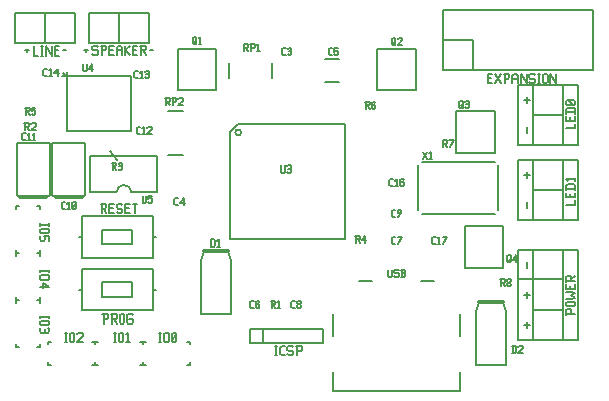
<source format=gbr>
G04 start of page 8 for group -4079 idx -4079 *
G04 Title: (unknown), topsilk *
G04 Creator: pcb 1.99z *
G04 CreationDate: Sun May  5 10:03:39 2013 UTC *
G04 For: matt *
G04 Format: Gerber/RS-274X *
G04 PCB-Dimensions (mil): 2165.35 1377.95 *
G04 PCB-Coordinate-Origin: lower left *
%MOIN*%
%FSLAX25Y25*%
%LNTOPSILK*%
%ADD122C,0.0118*%
%ADD121C,0.0059*%
G54D121*X180000Y62795D02*X185000D01*
X200000D02*X195000D01*
X180000Y52795D02*X200000D01*
Y22795D02*X180000D01*
Y52795D01*
Y43213D02*X195000D01*
X200000Y52795D02*Y22795D01*
X46063Y82913D02*X43701Y85669D01*
X180000Y107795D02*X185000D01*
X195000D02*X200000D01*
Y87795D01*
Y62795D02*Y82795D01*
X180000Y87795D02*X200000D01*
X180000Y82795D02*X200000D01*
X180000D02*Y62795D01*
Y87795D02*Y107795D01*
X15551Y119302D02*X16751D01*
X16151Y119902D02*Y118702D01*
X57087Y119302D02*X58287D01*
X35236D02*X36436D01*
X35836Y119902D02*Y118702D01*
X28150Y119302D02*X29350D01*
X181890Y37787D02*X183890D01*
X182890Y38787D02*Y36787D01*
X181890Y27748D02*X183890D01*
X182890Y28748D02*Y26748D01*
X181890Y77748D02*X183890D01*
X182890Y78748D02*Y76748D01*
X182921Y68772D02*Y66772D01*
Y48693D02*Y46693D01*
X181890Y102827D02*X183890D01*
X182890Y103827D02*Y101827D01*
X182921Y93850D02*Y91850D01*
X90551Y21890D02*Y26614D01*
X114961D01*
Y21890D02*X90551D01*
X94881D02*Y26614D01*
X114961D02*Y21890D01*
G54D122*X75134Y52575D02*X83134D01*
G54D121*X75134D02*X74034Y49175D01*
Y31575D01*
X84234D01*
Y49175D02*Y31575D01*
Y49175D02*X83134Y52575D01*
X147654Y42363D02*X151756D01*
X126985D02*X131087D01*
X160630Y24055D02*X160630Y31520D01*
X118110Y24055D02*X118111Y31520D01*
X160630Y5945D02*X160630Y12244D01*
X118111Y5945D02*X160630D01*
X118111D02*X118110Y12244D01*
X97945Y115138D02*Y110138D01*
X83445Y115138D02*Y110138D01*
X115551Y116338D02*X120275D01*
X115551Y108858D02*X120275D01*
X66516Y119937D02*Y106037D01*
X79316D01*
Y119937D01*
X66516D01*
X132933Y119898D02*Y105998D01*
X145733D01*
Y119898D01*
X132933D01*
X86607Y94876D02*X122277D01*
Y56306D01*
X83707D01*
Y91976D01*
X86607Y94876D01*
X85607Y91976D02*G75*G03X85607Y91976I1000J0D01*G01*
X35609Y88601D02*Y71278D01*
X24585Y88601D02*X35609D01*
X24585D02*Y71278D01*
X25767Y70097D01*
X35609Y71278D02*X34428Y70097D01*
X25767D02*X34428D01*
X25373Y70491D02*X34822D01*
X24979Y70884D02*X35215D01*
X29528Y92559D02*X50787D01*
Y110669D02*Y92559D01*
X27953Y110669D02*X50787D01*
X29528Y112244D02*Y92559D01*
Y110669D02*X28346Y111850D01*
X63248Y98969D02*X68248D01*
X63248Y84469D02*X68248D01*
X58071Y64016D02*Y50236D01*
X34449D02*X58071D01*
X34449Y64016D02*Y50236D01*
Y64016D02*X58071D01*
X41339Y54764D02*X51181D01*
X41339Y59488D02*X51181D01*
X41339D02*Y54764D01*
X51181Y59488D02*Y54764D01*
X33465Y57126D02*X34449D01*
X58071D02*X59055D01*
X58071Y46496D02*Y32717D01*
X34449D02*X58071D01*
X34449Y46496D02*Y32717D01*
Y46496D02*X58071D01*
X41339Y37244D02*X51181D01*
X41339Y41968D02*X51181D01*
X41339D02*Y37244D01*
X51181Y41968D02*Y37244D01*
X33465Y39606D02*X34449D01*
X58071D02*X59055D01*
X38976Y14409D02*X37992D01*
X38976D02*Y15394D01*
Y22283D02*X37992D01*
X38976D02*Y21299D01*
X23228Y14409D02*X24213D01*
X23228D02*Y15394D01*
Y22283D02*X24213D01*
X23228D02*Y21299D01*
X70472Y14409D02*X69488D01*
X70472D02*Y15394D01*
Y22283D02*X69488D01*
X70472D02*Y21299D01*
X54724Y14409D02*X55709D01*
X54724D02*Y15394D01*
Y22283D02*X55709D01*
X54724D02*Y21299D01*
Y14409D02*X53740D01*
X54724D02*Y15394D01*
Y22283D02*X53740D01*
X54724D02*Y21299D01*
X38976Y14409D02*X39961D01*
X38976D02*Y15394D01*
Y22283D02*X39961D01*
X38976D02*Y21299D01*
X50978Y71973D02*X59678D01*
X37178D02*X45978D01*
X37178Y84173D02*Y71973D01*
Y84173D02*X59678D01*
Y71973D01*
X50978D02*G75*G03X45978Y71973I-2500J0D01*G01*
X12598Y37047D02*Y36063D01*
X13583D01*
X20472Y37047D02*Y36063D01*
X19488D02*X20472D01*
X12598Y51811D02*Y50827D01*
Y51811D02*X13583D01*
X20472D02*Y50827D01*
X19488Y51811D02*X20472D01*
X12598Y21299D02*Y20315D01*
X13583D01*
X20472Y21299D02*Y20315D01*
X19488D02*X20472D01*
X12598Y36063D02*Y35079D01*
Y36063D02*X13583D01*
X20472D02*Y35079D01*
X19488Y36063D02*X20472D01*
X159311Y99031D02*Y85131D01*
X172111D01*
Y99031D01*
X159311D01*
X147717Y64882D02*X172126D01*
X173307Y81024D02*Y66063D01*
X147717Y82205D02*X172126D01*
X146535Y81024D02*Y66063D01*
X162067Y60646D02*Y46746D01*
X174867D01*
Y60646D01*
X162067D01*
X195000Y52795D02*Y22795D01*
X185000Y52795D02*X195000D01*
X185000D02*Y22795D01*
X195000D01*
X185000Y32795D02*X195000D01*
X185000D02*Y22795D01*
G54D122*X166866Y35449D02*X174866D01*
G54D121*X166866D02*X165766Y32049D01*
Y14449D01*
X175966D01*
Y32049D02*Y14449D01*
Y32049D02*X174866Y35449D01*
X185000Y82795D02*Y62795D01*
X195000D01*
Y82795D01*
X185000D01*
Y72795D02*X195000D01*
Y82795D01*
X155000Y112795D02*X205000D01*
Y132795D02*Y112795D01*
X155000Y132795D02*X205000D01*
X155000D02*Y112795D01*
X165000Y122795D02*Y112795D01*
X155000Y122795D02*X165000D01*
X185000Y107795D02*Y87795D01*
X195000D01*
Y107795D01*
X185000D01*
Y97795D02*X195000D01*
Y107795D01*
X12598Y52795D02*Y51811D01*
X13583D01*
X20472Y52795D02*Y51811D01*
X19488D02*X20472D01*
X12598Y67559D02*Y66575D01*
Y67559D02*X13583D01*
X20472D02*Y66575D01*
X19488Y67559D02*X20472D01*
X23798Y88601D02*Y71278D01*
X12774Y88601D02*X23798D01*
X12774D02*Y71278D01*
X13956Y70097D01*
X23798Y71278D02*X22617Y70097D01*
X13956D02*X22617D01*
X13562Y70491D02*X23011D01*
X13168Y70884D02*X23404D01*
X12323Y121811D02*X32323D01*
Y131811D02*Y121811D01*
X12323Y131811D02*X32323D01*
X12323D02*Y121811D01*
X22323Y131811D02*Y121811D01*
X12323Y131811D02*X22323D01*
X36732Y121811D02*X56732D01*
Y131811D02*Y121811D01*
X36732Y131811D02*X56732D01*
X36732D02*Y121811D01*
X46732Y131811D02*Y121811D01*
X36732Y131811D02*X46732D01*
X90971Y33457D02*X91751D01*
X90551Y33877D02*X90971Y33457D01*
X90551Y35437D02*Y33877D01*
Y35437D02*X90971Y35857D01*
X91751D01*
X93371D02*X93671Y35557D01*
X92771Y35857D02*X93371D01*
X92471Y35557D02*X92771Y35857D01*
X92471Y35557D02*Y33757D01*
X92771Y33457D01*
X93371Y34777D02*X93671Y34477D01*
X92471Y34777D02*X93371D01*
X92771Y33457D02*X93371D01*
X93671Y33757D01*
Y34477D02*Y33757D01*
X97441Y35857D02*X98641D01*
X98941Y35557D01*
Y34957D01*
X98641Y34657D02*X98941Y34957D01*
X97741Y34657D02*X98641D01*
X97741Y35857D02*Y33457D01*
X98221Y34657D02*X98941Y33457D01*
X99661Y35377D02*X100141Y35857D01*
Y33457D01*
X99661D02*X100561D01*
X104751D02*X105531D01*
X104331Y33877D02*X104751Y33457D01*
X104331Y35437D02*Y33877D01*
Y35437D02*X104751Y35857D01*
X105531D01*
X106251Y33757D02*X106551Y33457D01*
X106251Y34237D02*Y33757D01*
Y34237D02*X106671Y34657D01*
X107031D01*
X107451Y34237D01*
Y33757D01*
X107151Y33457D02*X107451Y33757D01*
X106551Y33457D02*X107151D01*
X106251Y35077D02*X106671Y34657D01*
X106251Y35557D02*Y35077D01*
Y35557D02*X106551Y35857D01*
X107151D01*
X107451Y35557D01*
Y35077D01*
X107031Y34657D02*X107451Y35077D01*
X98819Y20726D02*X99589D01*
X99204D02*Y17646D01*
X98819D02*X99589D01*
X101052D02*X102053D01*
X100513Y18185D02*X101052Y17646D01*
X100513Y20187D02*Y18185D01*
Y20187D02*X101052Y20726D01*
X102053D01*
X104517D02*X104902Y20341D01*
X103362Y20726D02*X104517D01*
X102977Y20341D02*X103362Y20726D01*
X102977Y20341D02*Y19571D01*
X103362Y19186D01*
X104517D01*
X104902Y18801D01*
Y18031D01*
X104517Y17646D02*X104902Y18031D01*
X103362Y17646D02*X104517D01*
X102977Y18031D02*X103362Y17646D01*
X106211Y20726D02*Y17646D01*
X105826Y20726D02*X107366D01*
X107751Y20341D01*
Y19571D01*
X107366Y19186D02*X107751Y19571D01*
X106211Y19186D02*X107366D01*
X138215Y54717D02*X138995D01*
X137795Y55137D02*X138215Y54717D01*
X137795Y56697D02*Y55137D01*
Y56697D02*X138215Y57117D01*
X138995D01*
X140015Y54717D02*X141215Y57117D01*
X139715D02*X141215D01*
X128867Y102216D02*X130067D01*
X130367Y101916D01*
Y101316D01*
X130067Y101016D02*X130367Y101316D01*
X129167Y101016D02*X130067D01*
X129167Y102216D02*Y99816D01*
X129647Y101016D02*X130367Y99816D01*
X131987Y102216D02*X132287Y101916D01*
X131387Y102216D02*X131987D01*
X131087Y101916D02*X131387Y102216D01*
X131087Y101916D02*Y100116D01*
X131387Y99816D01*
X131987Y101136D02*X132287Y100836D01*
X131087Y101136D02*X131987D01*
X131387Y99816D02*X131987D01*
X132287Y100116D01*
Y100836D02*Y100116D01*
X117152Y117670D02*X117932D01*
X116732Y118090D02*X117152Y117670D01*
X116732Y119650D02*Y118090D01*
Y119650D02*X117152Y120070D01*
X117932D01*
X118652D02*X119852D01*
X118652D02*Y118870D01*
X118952Y119170D01*
X119552D01*
X119852Y118870D01*
Y117970D01*
X119552Y117670D02*X119852Y117970D01*
X118952Y117670D02*X119552D01*
X118652Y117970D02*X118952Y117670D01*
X137819Y123250D02*Y121450D01*
Y123250D02*X138119Y123550D01*
X138719D01*
X139019Y123250D01*
Y121750D01*
X138419Y121150D02*X139019Y121750D01*
X138119Y121150D02*X138419D01*
X137819Y121450D02*X138119Y121150D01*
X138419Y122050D02*X139019Y121150D01*
X139739Y123250D02*X140039Y123550D01*
X140939D01*
X141239Y123250D01*
Y122650D01*
X139739Y121150D02*X141239Y122650D01*
X139739Y121150D02*X141239D01*
X136614Y46290D02*Y44190D01*
X136914Y43890D01*
X137514D01*
X137814Y44190D01*
Y46290D02*Y44190D01*
X139734Y46290D02*X140034Y45990D01*
X138834Y46290D02*X139734D01*
X138534Y45990D02*X138834Y46290D01*
X138534Y45990D02*Y45390D01*
X138834Y45090D01*
X139734D01*
X140034Y44790D01*
Y44190D01*
X139734Y43890D02*X140034Y44190D01*
X138834Y43890D02*X139734D01*
X138534Y44190D02*X138834Y43890D01*
X140754D02*X141954D01*
X142254Y44190D01*
Y44910D02*Y44190D01*
X141954Y45210D02*X142254Y44910D01*
X141054Y45210D02*X141954D01*
X141054Y46290D02*Y43890D01*
X140754Y46290D02*X141954D01*
X142254Y45990D01*
Y45510D01*
X141954Y45210D02*X142254Y45510D01*
X125591Y57510D02*X126791D01*
X127091Y57210D01*
Y56610D01*
X126791Y56310D02*X127091Y56610D01*
X125891Y56310D02*X126791D01*
X125891Y57510D02*Y55110D01*
X126371Y56310D02*X127091Y55110D01*
X127811Y56010D02*X129011Y57510D01*
X127811Y56010D02*X129311D01*
X129011Y57510D02*Y55110D01*
X138215Y63772D02*X138995D01*
X137795Y64192D02*X138215Y63772D01*
X137795Y65752D02*Y64192D01*
Y65752D02*X138215Y66172D01*
X138995D01*
X140015Y63772D02*X140915Y64972D01*
Y65872D02*Y64972D01*
X140615Y66172D02*X140915Y65872D01*
X140015Y66172D02*X140615D01*
X139715Y65872D02*X140015Y66172D01*
X139715Y65872D02*Y65272D01*
X140015Y64972D01*
X140915D01*
X100992Y80991D02*Y78891D01*
X101292Y78591D01*
X101892D01*
X102192Y78891D01*
Y80991D02*Y78891D01*
X102912Y80691D02*X103212Y80991D01*
X103812D01*
X104112Y80691D01*
X103812Y78591D02*X104112Y78891D01*
X103212Y78591D02*X103812D01*
X102912Y78891D02*X103212Y78591D01*
Y79911D02*X103812D01*
X104112Y80691D02*Y80211D01*
Y79611D02*Y78891D01*
Y79611D02*X103812Y79911D01*
X104112Y80211D02*X103812Y79911D01*
X137428Y74008D02*X138208D01*
X137008Y74428D02*X137428Y74008D01*
X137008Y75988D02*Y74428D01*
Y75988D02*X137428Y76408D01*
X138208D01*
X138928Y75928D02*X139408Y76408D01*
Y74008D01*
X138928D02*X139828D01*
X141448Y76408D02*X141748Y76108D01*
X140848Y76408D02*X141448D01*
X140548Y76108D02*X140848Y76408D01*
X140548Y76108D02*Y74308D01*
X140848Y74008D01*
X141448Y75328D02*X141748Y75028D01*
X140548Y75328D02*X141448D01*
X140848Y74008D02*X141448D01*
X141748Y74308D01*
Y75028D02*Y74308D01*
X151601Y54717D02*X152381D01*
X151181Y55137D02*X151601Y54717D01*
X151181Y56697D02*Y55137D01*
Y56697D02*X151601Y57117D01*
X152381D01*
X153101Y56637D02*X153581Y57117D01*
Y54717D01*
X153101D02*X154001D01*
X155021D02*X156221Y57117D01*
X154721D02*X156221D01*
X160260Y102187D02*Y100387D01*
Y102187D02*X160560Y102487D01*
X161160D01*
X161460Y102187D01*
Y100687D01*
X160860Y100087D02*X161460Y100687D01*
X160560Y100087D02*X160860D01*
X160260Y100387D02*X160560Y100087D01*
X160860Y100987D02*X161460Y100087D01*
X162180Y102187D02*X162480Y102487D01*
X163080D01*
X163380Y102187D01*
X163080Y100087D02*X163380Y100387D01*
X162480Y100087D02*X163080D01*
X162180Y100387D02*X162480Y100087D01*
Y101407D02*X163080D01*
X163380Y102187D02*Y101707D01*
Y101107D02*Y100387D01*
Y101107D02*X163080Y101407D01*
X163380Y101707D02*X163080Y101407D01*
X148031Y83063D02*X149531Y85463D01*
X148031D02*X149531Y83063D01*
X150251Y84983D02*X150731Y85463D01*
Y83063D01*
X150251D02*X151151D01*
X154724Y89400D02*X155924D01*
X156224Y89100D01*
Y88500D01*
X155924Y88200D02*X156224Y88500D01*
X155024Y88200D02*X155924D01*
X155024Y89400D02*Y87000D01*
X155504Y88200D02*X156224Y87000D01*
X157244D02*X158444Y89400D01*
X156944D02*X158444D01*
X44488Y81920D02*X45688D01*
X45988Y81620D01*
Y81020D01*
X45688Y80720D02*X45988Y81020D01*
X44788Y80720D02*X45688D01*
X44788Y81920D02*Y79520D01*
X45268Y80720D02*X45988Y79520D01*
X46708Y81620D02*X47008Y81920D01*
X47608D01*
X47908Y81620D01*
X47608Y79520D02*X47908Y79820D01*
X47008Y79520D02*X47608D01*
X46708Y79820D02*X47008Y79520D01*
Y80840D02*X47608D01*
X47908Y81620D02*Y81140D01*
Y80540D02*Y79820D01*
Y80540D02*X47608Y80840D01*
X47908Y81140D02*X47608Y80840D01*
X54706Y70875D02*Y68775D01*
X55006Y68475D01*
X55606D01*
X55906Y68775D01*
Y70875D02*Y68775D01*
X56626Y70875D02*X57826D01*
X56626D02*Y69675D01*
X56926Y69975D01*
X57526D01*
X57826Y69675D01*
Y68775D01*
X57526Y68475D02*X57826Y68775D01*
X56926Y68475D02*X57526D01*
X56626Y68775D02*X56926Y68475D01*
X65774Y67709D02*X66554D01*
X65354Y68129D02*X65774Y67709D01*
X65354Y69689D02*Y68129D01*
Y69689D02*X65774Y70109D01*
X66554D01*
X67274Y68609D02*X68474Y70109D01*
X67274Y68609D02*X68774D01*
X68474Y70109D02*Y67709D01*
X53176Y91528D02*X53956D01*
X52756Y91948D02*X53176Y91528D01*
X52756Y93508D02*Y91948D01*
Y93508D02*X53176Y93928D01*
X53956D01*
X54676Y93448D02*X55156Y93928D01*
Y91528D01*
X54676D02*X55576D01*
X56296Y93628D02*X56596Y93928D01*
X57496D01*
X57796Y93628D01*
Y93028D01*
X56296Y91528D02*X57796Y93028D01*
X56296Y91528D02*X57796D01*
X45079Y25254D02*X45849D01*
X45464D02*Y22174D01*
X45079D02*X45849D01*
X46773Y24869D02*Y22559D01*
Y24869D02*X47158Y25254D01*
X47928D01*
X48313Y24869D01*
Y22559D01*
X47928Y22174D02*X48313Y22559D01*
X47158Y22174D02*X47928D01*
X46773Y22559D02*X47158Y22174D01*
X49237Y24638D02*X49853Y25254D01*
Y22174D01*
X49237D02*X50392D01*
X101601Y117709D02*X102381D01*
X101181Y118129D02*X101601Y117709D01*
X101181Y119689D02*Y118129D01*
Y119689D02*X101601Y120109D01*
X102381D01*
X103101Y119809D02*X103401Y120109D01*
X104001D01*
X104301Y119809D01*
X104001Y117709D02*X104301Y118009D01*
X103401Y117709D02*X104001D01*
X103101Y118009D02*X103401Y117709D01*
Y119029D02*X104001D01*
X104301Y119809D02*Y119329D01*
Y118729D02*Y118009D01*
Y118729D02*X104001Y119029D01*
X104301Y119329D02*X104001Y119029D01*
X52389Y110031D02*X53169D01*
X51969Y110451D02*X52389Y110031D01*
X51969Y112011D02*Y110451D01*
Y112011D02*X52389Y112431D01*
X53169D01*
X53889Y111951D02*X54369Y112431D01*
Y110031D01*
X53889D02*X54789D01*
X55509Y112131D02*X55809Y112431D01*
X56409D01*
X56709Y112131D01*
X56409Y110031D02*X56709Y110331D01*
X55809Y110031D02*X56409D01*
X55509Y110331D02*X55809Y110031D01*
Y111351D02*X56409D01*
X56709Y112131D02*Y111651D01*
Y111051D02*Y110331D01*
Y111051D02*X56409Y111351D01*
X56709Y111651D02*X56409Y111351D01*
X39453Y120899D02*X39838Y120514D01*
X38298Y120899D02*X39453D01*
X37913Y120514D02*X38298Y120899D01*
X37913Y120514D02*Y119744D01*
X38298Y119359D01*
X39453D01*
X39838Y118974D01*
Y118204D01*
X39453Y117819D02*X39838Y118204D01*
X38298Y117819D02*X39453D01*
X37913Y118204D02*X38298Y117819D01*
X41147Y120899D02*Y117819D01*
X40762Y120899D02*X42302D01*
X42687Y120514D01*
Y119744D01*
X42302Y119359D02*X42687Y119744D01*
X41147Y119359D02*X42302D01*
X43611Y119513D02*X44766D01*
X43611Y117819D02*X45151D01*
X43611Y120899D02*Y117819D01*
Y120899D02*X45151D01*
X46075Y120129D02*Y117819D01*
Y120129D02*X46614Y120899D01*
X47461D01*
X48000Y120129D01*
Y117819D01*
X46075Y119359D02*X48000D01*
X48924Y120899D02*Y117819D01*
Y119359D02*X50464Y120899D01*
X48924Y119359D02*X50464Y117819D01*
X51388Y119513D02*X52543D01*
X51388Y117819D02*X52928D01*
X51388Y120899D02*Y117819D01*
Y120899D02*X52928D01*
X53852D02*X55392D01*
X55777Y120514D01*
Y119744D01*
X55392Y119359D02*X55777Y119744D01*
X54237Y119359D02*X55392D01*
X54237Y120899D02*Y117819D01*
X54853Y119359D02*X55777Y117819D01*
X88386Y121487D02*X89586D01*
X89886Y121187D01*
Y120587D01*
X89586Y120287D02*X89886Y120587D01*
X88686Y120287D02*X89586D01*
X88686Y121487D02*Y119087D01*
X89166Y120287D02*X89886Y119087D01*
X90906Y121487D02*Y119087D01*
X90606Y121487D02*X91806D01*
X92106Y121187D01*
Y120587D01*
X91806Y120287D02*X92106Y120587D01*
X90906Y120287D02*X91806D01*
X92826Y121007D02*X93306Y121487D01*
Y119087D01*
X92826D02*X93726D01*
X71441Y123565D02*Y121765D01*
Y123565D02*X71741Y123865D01*
X72341D01*
X72641Y123565D01*
Y122065D01*
X72041Y121465D02*X72641Y122065D01*
X71741Y121465D02*X72041D01*
X71441Y121765D02*X71741Y121465D01*
X72041Y122365D02*X72641Y121465D01*
X73361Y123385D02*X73841Y123865D01*
Y121465D01*
X73361D02*X74261D01*
X62205Y103376D02*X63405D01*
X63705Y103076D01*
Y102476D01*
X63405Y102176D02*X63705Y102476D01*
X62505Y102176D02*X63405D01*
X62505Y103376D02*Y100976D01*
X62985Y102176D02*X63705Y100976D01*
X64725Y103376D02*Y100976D01*
X64425Y103376D02*X65625D01*
X65925Y103076D01*
Y102476D01*
X65625Y102176D02*X65925Y102476D01*
X64725Y102176D02*X65625D01*
X66645Y103076D02*X66945Y103376D01*
X67845D01*
X68145Y103076D01*
Y102476D01*
X66645Y100976D02*X68145Y102476D01*
X66645Y100976D02*X68145D01*
X60236Y25254D02*X61006D01*
X60621D02*Y22174D01*
X60236D02*X61006D01*
X61930Y24869D02*Y22559D01*
Y24869D02*X62315Y25254D01*
X63085D01*
X63470Y24869D01*
Y22559D01*
X63085Y22174D02*X63470Y22559D01*
X62315Y22174D02*X63085D01*
X61930Y22559D02*X62315Y22174D01*
X64394Y22559D02*X64779Y22174D01*
X64394Y24869D02*Y22559D01*
Y24869D02*X64779Y25254D01*
X65549D01*
X65934Y24869D01*
Y22559D01*
X65549Y22174D02*X65934Y22559D01*
X64779Y22174D02*X65549D01*
X64394Y22944D02*X65934Y24484D01*
X40748Y68167D02*X42288D01*
X42673Y67782D01*
Y67012D01*
X42288Y66627D02*X42673Y67012D01*
X41133Y66627D02*X42288D01*
X41133Y68167D02*Y65087D01*
X41749Y66627D02*X42673Y65087D01*
X43597Y66781D02*X44752D01*
X43597Y65087D02*X45137D01*
X43597Y68167D02*Y65087D01*
Y68167D02*X45137D01*
X47601D02*X47986Y67782D01*
X46446Y68167D02*X47601D01*
X46061Y67782D02*X46446Y68167D01*
X46061Y67782D02*Y67012D01*
X46446Y66627D01*
X47601D01*
X47986Y66242D01*
Y65472D01*
X47601Y65087D02*X47986Y65472D01*
X46446Y65087D02*X47601D01*
X46061Y65472D02*X46446Y65087D01*
X48910Y66781D02*X50065D01*
X48910Y65087D02*X50450D01*
X48910Y68167D02*Y65087D01*
Y68167D02*X50450D01*
X51374D02*X52914D01*
X52144D02*Y65087D01*
X77662Y56321D02*Y53921D01*
X78442Y56321D02*X78862Y55901D01*
Y54341D01*
X78442Y53921D02*X78862Y54341D01*
X77362Y53921D02*X78442D01*
X77362Y56321D02*X78442D01*
X79582Y55841D02*X80062Y56321D01*
Y53921D01*
X79582D02*X80482D01*
X41724Y31356D02*Y28276D01*
X41339Y31356D02*X42879D01*
X43264Y30971D01*
Y30201D01*
X42879Y29816D02*X43264Y30201D01*
X41724Y29816D02*X42879D01*
X44188Y31356D02*X45728D01*
X46113Y30971D01*
Y30201D01*
X45728Y29816D02*X46113Y30201D01*
X44573Y29816D02*X45728D01*
X44573Y31356D02*Y28276D01*
X45189Y29816D02*X46113Y28276D01*
X47037Y30971D02*Y28661D01*
Y30971D02*X47422Y31356D01*
X48192D01*
X48577Y30971D01*
Y28661D01*
X48192Y28276D02*X48577Y28661D01*
X47422Y28276D02*X48192D01*
X47037Y28661D02*X47422Y28276D01*
X51041Y31356D02*X51426Y30971D01*
X49886Y31356D02*X51041D01*
X49501Y30971D02*X49886Y31356D01*
X49501Y30971D02*Y28661D01*
X49886Y28276D01*
X51041D01*
X51426Y28661D01*
Y29431D02*Y28661D01*
X51041Y29816D02*X51426Y29431D01*
X50271Y29816D02*X51041D01*
X22074Y110819D02*X22854D01*
X21654Y111239D02*X22074Y110819D01*
X21654Y112799D02*Y111239D01*
Y112799D02*X22074Y113219D01*
X22854D01*
X23574Y112739D02*X24054Y113219D01*
Y110819D01*
X23574D02*X24474D01*
X25194Y111719D02*X26394Y113219D01*
X25194Y111719D02*X26694D01*
X26394Y113219D02*Y110819D01*
X18425Y120702D02*Y117622D01*
X19965D01*
X20889Y120702D02*X21659D01*
X21274D02*Y117622D01*
X20889D02*X21659D01*
X22583Y120702D02*Y117622D01*
Y120702D02*X24508Y117622D01*
Y120702D02*Y117622D01*
X25432Y119316D02*X26587D01*
X25432Y117622D02*X26972D01*
X25432Y120702D02*Y117622D01*
Y120702D02*X26972D01*
X28740Y25254D02*X29510D01*
X29125D02*Y22174D01*
X28740D02*X29510D01*
X30434Y24869D02*Y22559D01*
Y24869D02*X30819Y25254D01*
X31589D01*
X31974Y24869D01*
Y22559D01*
X31589Y22174D02*X31974Y22559D01*
X30819Y22174D02*X31589D01*
X30434Y22559D02*X30819Y22174D01*
X32898Y24869D02*X33283Y25254D01*
X34438D01*
X34823Y24869D01*
Y24099D01*
X32898Y22174D02*X34823Y24099D01*
X32898Y22174D02*X34823D01*
X23443Y61653D02*Y60883D01*
X20363Y61268D02*X23443D01*
X20363Y61653D02*Y60883D01*
X20748Y59959D02*X23058D01*
X23443Y59574D01*
Y58804D01*
X23058Y58419D01*
X20748D02*X23058D01*
X20363Y58804D02*X20748Y58419D01*
X20363Y59574D02*Y58804D01*
X20748Y59959D02*X20363Y59574D01*
X23443Y57495D02*Y55955D01*
X21903Y57495D02*X23443D01*
X21903D02*X22288Y57110D01*
Y56340D01*
X21903Y55955D01*
X20748D02*X21903D01*
X20363Y56340D02*X20748Y55955D01*
X20363Y57110D02*Y56340D01*
X20748Y57495D02*X20363Y57110D01*
X23443Y46102D02*Y45332D01*
X20363Y45717D02*X23443D01*
X20363Y46102D02*Y45332D01*
X20748Y44408D02*X23058D01*
X23443Y44023D01*
Y43253D01*
X23058Y42868D01*
X20748D02*X23058D01*
X20363Y43253D02*X20748Y42868D01*
X20363Y44023D02*Y43253D01*
X20748Y44408D02*X20363Y44023D01*
X21518Y41944D02*X23443Y40404D01*
X21518Y41944D02*Y40019D01*
X20363Y40404D02*X23443D01*
X23639Y30945D02*Y30175D01*
X20559Y30560D02*X23639D01*
X20559Y30945D02*Y30175D01*
X20944Y29251D02*X23254D01*
X23639Y28866D01*
Y28096D01*
X23254Y27711D01*
X20944D02*X23254D01*
X20559Y28096D02*X20944Y27711D01*
X20559Y28866D02*Y28096D01*
X20944Y29251D02*X20559Y28866D01*
X23254Y26787D02*X23639Y26402D01*
Y25632D01*
X23254Y25247D01*
X20559Y25632D02*X20944Y25247D01*
X20559Y26402D02*Y25632D01*
X20944Y26787D02*X20559Y26402D01*
X22253D02*Y25632D01*
X22638Y25247D02*X23254D01*
X20944D02*X21868D01*
X22253Y25632D01*
X22638Y25247D02*X22253Y25632D01*
X15355Y95108D02*X16555D01*
X16855Y94808D01*
Y94208D01*
X16555Y93908D02*X16855Y94208D01*
X15655Y93908D02*X16555D01*
X15655Y95108D02*Y92708D01*
X16135Y93908D02*X16855Y92708D01*
X17575Y94808D02*X17875Y95108D01*
X18775D01*
X19075Y94808D01*
Y94208D01*
X17575Y92708D02*X19075Y94208D01*
X17575Y92708D02*X19075D01*
X28176Y66331D02*X28956D01*
X27756Y66751D02*X28176Y66331D01*
X27756Y68311D02*Y66751D01*
Y68311D02*X28176Y68731D01*
X28956D01*
X29676Y68251D02*X30156Y68731D01*
Y66331D01*
X29676D02*X30576D01*
X31296Y66631D02*X31596Y66331D01*
X31296Y68431D02*Y66631D01*
Y68431D02*X31596Y68731D01*
X32196D01*
X32496Y68431D01*
Y66631D01*
X32196Y66331D02*X32496Y66631D01*
X31596Y66331D02*X32196D01*
X31296Y66931D02*X32496Y68131D01*
X14987Y89362D02*X15767D01*
X14567Y89782D02*X14987Y89362D01*
X14567Y91342D02*Y89782D01*
Y91342D02*X14987Y91762D01*
X15767D01*
X16487Y91282D02*X16967Y91762D01*
Y89362D01*
X16487D02*X17387D01*
X18107Y91282D02*X18587Y91762D01*
Y89362D01*
X18107D02*X19007D01*
X15552Y100227D02*X16752D01*
X17052Y99927D01*
Y99327D01*
X16752Y99027D02*X17052Y99327D01*
X15852Y99027D02*X16752D01*
X15852Y100227D02*Y97827D01*
X16332Y99027D02*X17052Y97827D01*
X17772Y100227D02*X18972D01*
X17772D02*Y99027D01*
X18072Y99327D01*
X18672D01*
X18972Y99027D01*
Y98127D01*
X18672Y97827D02*X18972Y98127D01*
X18072Y97827D02*X18672D01*
X17772Y98127D02*X18072Y97827D01*
X34843Y114794D02*Y112694D01*
X35143Y112394D01*
X35743D01*
X36043Y112694D01*
Y114794D02*Y112694D01*
X36763Y113294D02*X37963Y114794D01*
X36763Y113294D02*X38263D01*
X37963Y114794D02*Y112394D01*
X176205Y50809D02*Y49009D01*
Y50809D02*X176505Y51109D01*
X177105D01*
X177405Y50809D01*
Y49309D01*
X176805Y48709D02*X177405Y49309D01*
X176505Y48709D02*X176805D01*
X176205Y49009D02*X176505Y48709D01*
X176805Y49609D02*X177405Y48709D01*
X178125Y49609D02*X179325Y51109D01*
X178125Y49609D02*X179625D01*
X179325Y51109D02*Y48709D01*
X174015Y43141D02*X175215D01*
X175515Y42841D01*
Y42241D01*
X175215Y41941D02*X175515Y42241D01*
X174315Y41941D02*X175215D01*
X174315Y43141D02*Y40741D01*
X174795Y41941D02*X175515Y40741D01*
X176235Y41041D02*X176535Y40741D01*
X176235Y41521D02*Y41041D01*
Y41521D02*X176655Y41941D01*
X177015D01*
X177435Y41521D01*
Y41041D01*
X177135Y40741D02*X177435Y41041D01*
X176535Y40741D02*X177135D01*
X176235Y42361D02*X176655Y41941D01*
X176235Y42841D02*Y42361D01*
Y42841D02*X176535Y43141D01*
X177135D01*
X177435Y42841D01*
Y42361D01*
X177015Y41941D02*X177435Y42361D01*
X195912Y31605D02*X198992D01*
X195912Y32760D02*Y31220D01*
Y32760D02*X196297Y33145D01*
X197067D01*
X197452Y32760D02*X197067Y33145D01*
X197452Y32760D02*Y31605D01*
X196297Y34069D02*X198607D01*
X196297D02*X195912Y34454D01*
Y35224D02*Y34454D01*
Y35224D02*X196297Y35609D01*
X198607D01*
X198992Y35224D02*X198607Y35609D01*
X198992Y35224D02*Y34454D01*
X198607Y34069D02*X198992Y34454D01*
X195912Y36533D02*X197452D01*
X198992Y36918D01*
X197452Y37688D01*
X198992Y38458D01*
X197452Y38843D01*
X195912D02*X197452D01*
X197298Y40922D02*Y39767D01*
X198992Y41307D02*Y39767D01*
X195912D02*X198992D01*
X195912Y41307D02*Y39767D01*
Y43771D02*Y42231D01*
Y43771D02*X196297Y44156D01*
X197067D01*
X197452Y43771D02*X197067Y44156D01*
X197452Y43771D02*Y42616D01*
X195912D02*X198992D01*
X197452Y43232D02*X198992Y44156D01*
X195912Y67953D02*X198992D01*
Y69493D02*Y67953D01*
X197298Y71572D02*Y70417D01*
X198992Y71957D02*Y70417D01*
X195912D02*X198992D01*
X195912Y71957D02*Y70417D01*
Y73266D02*X198992D01*
X195912Y74267D02*X196451Y74806D01*
X198453D01*
X198992Y74267D02*X198453Y74806D01*
X198992Y74267D02*Y72881D01*
X195912Y74267D02*Y72881D01*
X196528Y75730D02*X195912Y76346D01*
X198992D01*
Y76885D02*Y75730D01*
X169764Y110064D02*X170919D01*
X169764Y108370D02*X171304D01*
X169764Y111450D02*Y108370D01*
Y111450D02*X171304D01*
X172228Y108370D02*X174153Y111450D01*
X172228D02*X174153Y108370D01*
X175462Y111450D02*Y108370D01*
X175077Y111450D02*X176617D01*
X177002Y111065D01*
Y110295D01*
X176617Y109910D02*X177002Y110295D01*
X175462Y109910D02*X176617D01*
X177926Y110680D02*Y108370D01*
Y110680D02*X178465Y111450D01*
X179312D01*
X179851Y110680D01*
Y108370D01*
X177926Y109910D02*X179851D01*
X180775Y111450D02*Y108370D01*
Y111450D02*X182700Y108370D01*
Y111450D02*Y108370D01*
X185164Y111450D02*X185549Y111065D01*
X184009Y111450D02*X185164D01*
X183624Y111065D02*X184009Y111450D01*
X183624Y111065D02*Y110295D01*
X184009Y109910D01*
X185164D01*
X185549Y109525D01*
Y108755D01*
X185164Y108370D02*X185549Y108755D01*
X184009Y108370D02*X185164D01*
X183624Y108755D02*X184009Y108370D01*
X186473Y111450D02*X187243D01*
X186858D02*Y108370D01*
X186473D02*X187243D01*
X188167Y111065D02*Y108755D01*
Y111065D02*X188552Y111450D01*
X189322D01*
X189707Y111065D01*
Y108755D01*
X189322Y108370D02*X189707Y108755D01*
X188552Y108370D02*X189322D01*
X188167Y108755D02*X188552Y108370D01*
X190631Y111450D02*Y108370D01*
Y111450D02*X192556Y108370D01*
Y111450D02*Y108370D01*
X195912Y93346D02*X198992D01*
Y94886D02*Y93346D01*
X197298Y96965D02*Y95810D01*
X198992Y97350D02*Y95810D01*
X195912D02*X198992D01*
X195912Y97350D02*Y95810D01*
Y98659D02*X198992D01*
X195912Y99660D02*X196451Y100199D01*
X198453D01*
X198992Y99660D02*X198453Y100199D01*
X198992Y99660D02*Y98274D01*
X195912Y99660D02*Y98274D01*
X198607Y101123D02*X198992Y101508D01*
X196297Y101123D02*X198607D01*
X196297D02*X195912Y101508D01*
Y102278D02*Y101508D01*
Y102278D02*X196297Y102663D01*
X198607D01*
X198992Y102278D02*X198607Y102663D01*
X198992Y102278D02*Y101508D01*
X198222Y101123D02*X196682Y102663D01*
X178056Y20888D02*Y18488D01*
X178836Y20888D02*X179256Y20468D01*
Y18908D01*
X178836Y18488D02*X179256Y18908D01*
X177756Y18488D02*X178836D01*
X177756Y20888D02*X178836D01*
X179976Y20588D02*X180276Y20888D01*
X181176D01*
X181476Y20588D01*
Y19988D01*
X179976Y18488D02*X181476Y19988D01*
X179976Y18488D02*X181476D01*
M02*

</source>
